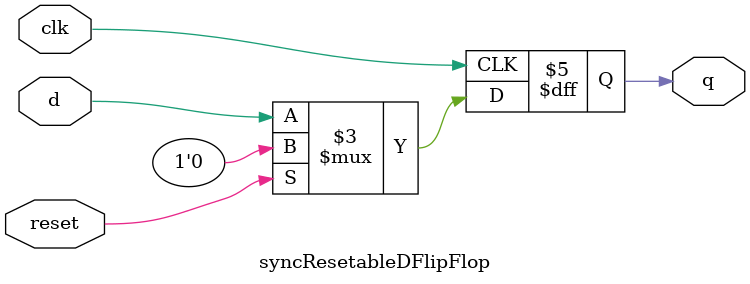
<source format=sv>
`timescale 1ns / 1ps

module syncResetableDFlipFlop(
    input logic clk, reset, d,
    output logic q
    );
    always_ff @( posedge clk ) begin
        if   (reset) q <= 0;
        else         q <= d;
    end
endmodule

</source>
